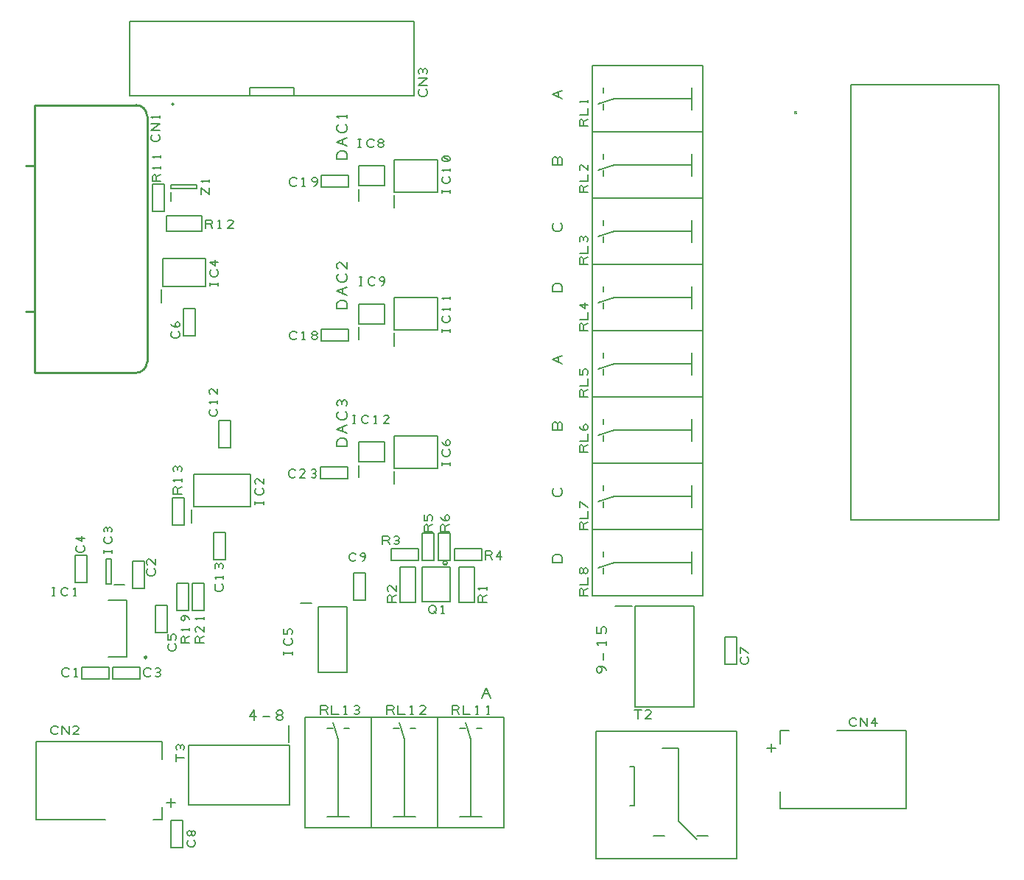
<source format=gto>
G04 EasyPC Gerber Version 21.0.3 Build 4286 *
%FSLAX35Y35*%
%MOIN*%
%ADD72C,0.00500*%
%ADD75C,0.00787*%
%ADD74C,0.00800*%
%ADD76C,0.00984*%
%ADD11C,0.01000*%
X0Y0D02*
D02*
D11*
X6750Y260557D02*
X2750D01*
X6750Y326557D02*
X2750D01*
X57750Y349157D02*
Y237957D01*
G75*
G02X52750Y232957I-5000*
G01*
X6750*
Y354157*
X52750*
G75*
G02X57750Y349157J-5000*
G01*
D02*
D72*
X14762Y132038D02*
X16012D01*
X15387D02*
Y135788D01*
X14762D02*
X16012D01*
X21950Y132663D02*
X21637Y132350D01*
X21012Y132038*
X20075*
X19450Y132350*
X19137Y132663*
X18825Y133288*
Y134538*
X19137Y135163*
X19450Y135476*
X20075Y135788*
X21012*
X21637Y135476*
X21950Y135163*
X24450Y132038D02*
X25700D01*
X25075D02*
Y135788D01*
X24450Y135163*
X17450Y69913D02*
X17137Y69600D01*
X16512Y69288*
X15575*
X14950Y69600*
X14637Y69913*
X14325Y70538*
Y71788*
X14637Y72413*
X14950Y72726*
X15575Y73038*
X16512*
X17137Y72726*
X17450Y72413*
X19325Y69288D02*
Y73038D01*
X22450Y69288*
Y73038*
X26825Y69288D02*
X24325D01*
X26512Y71476*
X26825Y72100*
X26512Y72726*
X25887Y73038*
X24950*
X24325Y72726*
X22450Y96163D02*
X22137Y95850D01*
X21512Y95538*
X20575*
X19950Y95850*
X19637Y96163*
X19325Y96788*
Y98038*
X19637Y98663*
X19950Y98976*
X20575Y99288*
X21512*
X22137Y98976*
X22450Y98663*
X24950Y95538D02*
X26200D01*
X25575D02*
Y99288D01*
X24950Y98663*
X25175Y150250D02*
X30475D01*
Y137950*
X25175*
Y150250*
X28175Y94450D02*
Y99750D01*
X40475*
Y94450*
X28175*
X28762Y154726D02*
X29075Y154413D01*
X29387Y153788*
Y152850*
X29075Y152226*
X28762Y151913*
X28137Y151600*
X26887*
X26262Y151913*
X25950Y152226*
X25637Y152850*
Y153788*
X25950Y154413*
X26262Y154726*
X29387Y158163D02*
X25637D01*
X28137Y156600*
Y159100*
X42175Y94450D02*
Y99750D01*
X54475*
Y94450*
X42175*
X41887Y151538D02*
Y152788D01*
Y152163D02*
X38137D01*
Y151538D02*
Y152788D01*
X41262Y158726D02*
X41575Y158413D01*
X41887Y157788*
Y156850*
X41575Y156226*
X41262Y155913*
X40637Y155600*
X39387*
X38762Y155913*
X38450Y156226*
X38137Y156850*
Y157788*
X38450Y158413*
X38762Y158726*
X41575Y160913D02*
X41887Y161538D01*
Y162163*
X41575Y162788*
X40950Y163100*
X40325Y162788*
X40012Y162163*
Y161538*
Y162163D02*
X39700Y162788D01*
X39075Y163100*
X38450Y162788*
X38137Y162163*
Y161538*
X38450Y160913*
X51175Y147750D02*
X56475D01*
Y135450*
X51175*
Y147750*
X59450Y96163D02*
X59137Y95850D01*
X58512Y95538*
X57575*
X56950Y95850*
X56637Y96163*
X56325Y96788*
Y98038*
X56637Y98663*
X56950Y98976*
X57575Y99288*
X58512*
X59137Y98976*
X59450Y98663*
X61637Y95850D02*
X62262Y95538D01*
X62887*
X63512Y95850*
X63825Y96476*
X63512Y97100*
X62887Y97413*
X62262*
X62887D02*
X63512Y97726D01*
X63825Y98350*
X63512Y98976*
X62887Y99288*
X62262*
X61637Y98976*
X60762Y144226D02*
X61075Y143913D01*
X61387Y143288*
Y142350*
X61075Y141726*
X60762Y141413*
X60137Y141100*
X58887*
X58262Y141413*
X57950Y141726*
X57637Y142350*
Y143288*
X57950Y143913*
X58262Y144226*
X61387Y148600D02*
Y146100D01*
X59200Y148288*
X58575Y148600*
X57950Y148288*
X57637Y147663*
Y146726*
X57950Y146100*
X62762Y340726D02*
X63075Y340413D01*
X63387Y339788*
Y338850*
X63075Y338226*
X62762Y337913*
X62137Y337600*
X60887*
X60262Y337913*
X59950Y338226*
X59637Y338850*
Y339788*
X59950Y340413*
X60262Y340726*
X63387Y342600D02*
X59637D01*
X63387Y345726*
X59637*
X63387Y348226D02*
Y349476D01*
Y348850D02*
X59637D01*
X60262Y348226*
X63887Y319600D02*
X60137D01*
Y321788*
X60450Y322413*
X61075Y322726*
X61700Y322413*
X62012Y321788*
Y319600*
Y321788D02*
X63887Y322726D01*
Y325226D02*
Y326476D01*
Y325850D02*
X60137D01*
X60762Y325226*
X63887Y330226D02*
Y331476D01*
Y330850D02*
X60137D01*
X60762Y330226*
X65475Y305950D02*
X60175D01*
Y318250*
X65475*
Y305950*
X66404Y296947D02*
X82404D01*
Y303947*
X66404*
Y296947*
X66975Y115450D02*
X61675D01*
Y127750*
X66975*
Y115450*
X71175Y137750D02*
X76475D01*
Y125450*
X71175*
Y137750*
X70262Y110226D02*
X70575Y109913D01*
X70887Y109288*
Y108350*
X70575Y107726*
X70262Y107413*
X69637Y107100*
X68387*
X67762Y107413*
X67450Y107726*
X67137Y108350*
Y109288*
X67450Y109913*
X67762Y110226*
X70575Y112100D02*
X70887Y112726D01*
Y113663*
X70575Y114288*
X69950Y114600*
X69637*
X69012Y114288*
X68700Y113663*
Y112100*
X67137*
Y114600*
X71762Y251726D02*
X72075Y251413D01*
X72387Y250788*
Y249850*
X72075Y249226*
X71762Y248913*
X71137Y248600*
X69887*
X69262Y248913*
X68950Y249226*
X68637Y249850*
Y250788*
X68950Y251413*
X69262Y251726*
X71450Y253600D02*
X70825Y253913D01*
X70512Y254538*
Y255163*
X70825Y255788*
X71450Y256100*
X72075Y255788*
X72387Y255163*
Y254538*
X72075Y253913*
X71450Y253600*
X70512*
X69575Y253913*
X68950Y254538*
X68637Y255163*
X73975Y17950D02*
X68675D01*
Y30250*
X73975*
Y17950*
X73387Y178100D02*
X69637D01*
Y180288*
X69950Y180913*
X70575Y181226*
X71200Y180913*
X71512Y180288*
Y178100*
Y180288D02*
X73387Y181226D01*
Y183726D02*
Y184976D01*
Y184350D02*
X69637D01*
X70262Y183726*
X73075Y188413D02*
X73387Y189038D01*
Y189663*
X73075Y190288*
X72450Y190600*
X71825Y190288*
X71512Y189663*
Y189038*
Y189663D02*
X71200Y190288D01*
X70575Y190600*
X69950Y190288*
X69637Y189663*
Y189038*
X69950Y188413*
X74475Y163950D02*
X69175D01*
Y176250*
X74475*
Y163950*
X74637Y58663D02*
X70887D01*
Y57100D02*
Y60226D01*
X74325Y62413D02*
X74637Y63038D01*
Y63663*
X74325Y64288*
X73700Y64600*
X73075Y64288*
X72762Y63663*
Y63038*
Y63663D02*
X72450Y64288D01*
X71825Y64600*
X71200Y64288*
X70887Y63663*
Y63038*
X71200Y62413*
X76887Y110600D02*
X73137D01*
Y112788*
X73450Y113413*
X74075Y113726*
X74700Y113413*
X75012Y112788*
Y110600*
Y112788D02*
X76887Y113726D01*
Y116226D02*
Y117476D01*
Y116850D02*
X73137D01*
X73762Y116226*
X76887Y121538D02*
X76575Y122163D01*
X75950Y122788*
X75012Y123100*
X74075*
X73450Y122788*
X73137Y122163*
Y121538*
X73450Y120913*
X74075Y120600*
X74700Y120913*
X75012Y121538*
Y122163*
X74700Y122788*
X74075Y123100*
X78175Y137750D02*
X83475D01*
Y125450*
X78175*
Y137750*
X79475Y249700D02*
X74175D01*
Y262000*
X79475*
Y249700*
X79012Y21476D02*
X79325Y21163D01*
X79637Y20538*
Y19600*
X79325Y18976*
X79012Y18663*
X78387Y18350*
X77137*
X76512Y18663*
X76200Y18976*
X75887Y19600*
Y20538*
X76200Y21163*
X76512Y21476*
X77762Y24288D02*
Y24913D01*
X77450Y25538*
X76825Y25850*
X76200Y25538*
X75887Y24913*
Y24288*
X76200Y23663*
X76825Y23350*
X77450Y23663*
X77762Y24288*
X78075Y23663*
X78700Y23350*
X79325Y23663*
X79637Y24288*
Y24913*
X79325Y25538*
X78700Y25850*
X78075Y25538*
X77762Y24913*
X84246Y298431D02*
Y302181D01*
X86433*
X87059Y301869*
X87371Y301244*
X87059Y300619*
X86433Y300307*
X84246*
X86433D02*
X87371Y298431D01*
X89871D02*
X91121D01*
X90496D02*
Y302181D01*
X89871Y301557*
X96746Y298431D02*
X94246D01*
X96433Y300619*
X96746Y301244*
X96433Y301869*
X95809Y302181*
X94871*
X94246Y301869*
X83387Y110600D02*
X79637D01*
Y112788*
X79950Y113413*
X80575Y113726*
X81200Y113413*
X81512Y112788*
Y110600*
Y112788D02*
X83387Y113726D01*
Y118100D02*
Y115600D01*
X81200Y117788*
X80575Y118100*
X79950Y117788*
X79637Y117163*
Y116226*
X79950Y115600*
X83387Y121226D02*
Y122476D01*
Y121850D02*
X79637D01*
X80262Y121226*
X82137Y313600D02*
Y316726D01*
X85887Y313600*
Y316726*
Y319226D02*
Y320476D01*
Y319850D02*
X82137D01*
X82762Y319226*
X90175Y211250D02*
X95475D01*
Y198950*
X90175*
Y211250*
X89012Y216476D02*
X89325Y216163D01*
X89637Y215538*
Y214600*
X89325Y213976*
X89012Y213663*
X88387Y213350*
X87137*
X86512Y213663*
X86200Y213976*
X85887Y214600*
Y215538*
X86200Y216163*
X86512Y216476*
X89637Y218976D02*
Y220226D01*
Y219600D02*
X85887D01*
X86512Y218976*
X89637Y225850D02*
Y223350D01*
X87450Y225538*
X86825Y225850*
X86200Y225538*
X85887Y224913*
Y223976*
X86200Y223350*
X89887Y272398D02*
Y273648D01*
Y273023D02*
X86137D01*
Y272398D02*
Y273648D01*
X89262Y279586D02*
X89575Y279273D01*
X89887Y278648*
Y277711*
X89575Y277086*
X89262Y276773*
X88637Y276461*
X87387*
X86762Y276773*
X86450Y277086*
X86137Y277711*
Y278648*
X86450Y279273*
X86762Y279586*
X89887Y283023D02*
X86137D01*
X88637Y281461*
Y283961*
X91512Y137226D02*
X91825Y136913D01*
X92137Y136288*
Y135350*
X91825Y134726*
X91512Y134413*
X90887Y134100*
X89637*
X89012Y134413*
X88700Y134726*
X88387Y135350*
Y136288*
X88700Y136913*
X89012Y137226*
X92137Y139726D02*
Y140976D01*
Y140350D02*
X88387D01*
X89012Y139726*
X91825Y144413D02*
X92137Y145038D01*
Y145663*
X91825Y146288*
X91200Y146600*
X90575Y146288*
X90262Y145663*
Y145038*
Y145663D02*
X89950Y146288D01*
X89325Y146600*
X88700Y146288*
X88387Y145663*
Y145038*
X88700Y144413*
X93225Y148450D02*
X87925D01*
Y160750*
X93225*
Y148450*
X110387Y173538D02*
Y174788D01*
Y174163D02*
X106637D01*
Y173538D02*
Y174788D01*
X109762Y180726D02*
X110075Y180413D01*
X110387Y179788*
Y178850*
X110075Y178226*
X109762Y177913*
X109137Y177600*
X107887*
X107262Y177913*
X106950Y178226*
X106637Y178850*
Y179788*
X106950Y180413*
X107262Y180726*
X110387Y185100D02*
Y182600D01*
X108200Y184788*
X107575Y185100*
X106950Y184788*
X106637Y184163*
Y183226*
X106950Y182600*
X124950Y186163D02*
X124637Y185850D01*
X124012Y185538*
X123075*
X122450Y185850*
X122137Y186163*
X121825Y186788*
Y188038*
X122137Y188663*
X122450Y188976*
X123075Y189288*
X124012*
X124637Y188976*
X124950Y188663*
X129325Y185538D02*
X126825D01*
X129012Y187726*
X129325Y188350*
X129012Y188976*
X128387Y189288*
X127450*
X126825Y188976*
X132137Y185850D02*
X132762Y185538D01*
X133387*
X134012Y185850*
X134325Y186476*
X134012Y187100*
X133387Y187413*
X132762*
X133387D02*
X134012Y187726D01*
X134325Y188350*
X134012Y188976*
X133387Y189288*
X132762*
X132137Y188976*
X125450Y248663D02*
X125137Y248350D01*
X124512Y248038*
X123575*
X122950Y248350*
X122637Y248663*
X122325Y249288*
Y250538*
X122637Y251163*
X122950Y251476*
X123575Y251788*
X124512*
X125137Y251476*
X125450Y251163*
X127950Y248038D02*
X129200D01*
X128575D02*
Y251788D01*
X127950Y251163*
X133262Y249913D02*
X133887D01*
X134512Y250226*
X134825Y250850*
X134512Y251476*
X133887Y251788*
X133262*
X132637Y251476*
X132325Y250850*
X132637Y250226*
X133262Y249913*
X132637Y249600*
X132325Y248976*
X132637Y248350*
X133262Y248038*
X133887*
X134512Y248350*
X134825Y248976*
X134512Y249600*
X133887Y249913*
X125450Y318163D02*
X125137Y317850D01*
X124512Y317538*
X123575*
X122950Y317850*
X122637Y318163*
X122325Y318788*
Y320038*
X122637Y320663*
X122950Y320976*
X123575Y321288*
X124512*
X125137Y320976*
X125450Y320663*
X127950Y317538D02*
X129200D01*
X128575D02*
Y321288D01*
X127950Y320663*
X133262Y317538D02*
X133887Y317850D01*
X134512Y318476*
X134825Y319413*
Y320350*
X134512Y320976*
X133887Y321288*
X133262*
X132637Y320976*
X132325Y320350*
X132637Y319726*
X133262Y319413*
X133887*
X134512Y319726*
X134825Y320350*
X123387Y105538D02*
Y106788D01*
Y106163D02*
X119637D01*
Y105538D02*
Y106788D01*
X122762Y112726D02*
X123075Y112413D01*
X123387Y111788*
Y110850*
X123075Y110226*
X122762Y109913*
X122137Y109600*
X120887*
X120262Y109913*
X119950Y110226*
X119637Y110850*
Y111788*
X119950Y112413*
X120262Y112726*
X123075Y114600D02*
X123387Y115226D01*
Y116163*
X123075Y116788*
X122450Y117100*
X122137*
X121512Y116788*
X121200Y116163*
Y114600*
X119637*
Y117100*
X136175Y184950D02*
Y190250D01*
X148475*
Y184950*
X136175*
X136325Y78538D02*
Y82288D01*
X138512*
X139137Y81976*
X139450Y81350*
X139137Y80726*
X138512Y80413*
X136325*
X138512D02*
X139450Y78538D01*
X141325Y82288D02*
Y78538D01*
X144450*
X146950D02*
X148200D01*
X147575D02*
Y82288D01*
X146950Y81663*
X151637Y78850D02*
X152262Y78538D01*
X152887*
X153512Y78850*
X153825Y79476*
X153512Y80100*
X152887Y80413*
X152262*
X152887D02*
X153512Y80726D01*
X153825Y81350*
X153512Y81976*
X152887Y82288*
X152262*
X151637Y81976*
X136675Y247450D02*
Y252750D01*
X148975*
Y247450*
X136675*
Y316950D02*
Y322250D01*
X148975*
Y316950*
X136675*
X152300Y148313D02*
X151987Y148000D01*
X151362Y147688*
X150425*
X149800Y148000*
X149487Y148313*
X149175Y148938*
Y150188*
X149487Y150813*
X149800Y151126*
X150425Y151438*
X151362*
X151987Y151126*
X152300Y150813*
X155112Y147688D02*
X155737Y148000D01*
X156362Y148626*
X156675Y149563*
Y150500*
X156362Y151126*
X155737Y151438*
X155112*
X154487Y151126*
X154175Y150500*
X154487Y149876*
X155112Y149563*
X155737*
X156362Y149876*
X156675Y150500*
X150762Y210038D02*
X152012D01*
X151387D02*
Y213788D01*
X150762D02*
X152012D01*
X157950Y210663D02*
X157637Y210350D01*
X157012Y210038*
X156075*
X155450Y210350*
X155137Y210663*
X154825Y211288*
Y212538*
X155137Y213163*
X155450Y213476*
X156075Y213788*
X157012*
X157637Y213476*
X157950Y213163*
X160450Y210038D02*
X161700D01*
X161075D02*
Y213788D01*
X160450Y213163*
X167325Y210038D02*
X164825D01*
X167012Y212226*
X167325Y212850*
X167012Y213476*
X166387Y213788*
X165450*
X164825Y213476*
X151175Y142250D02*
X156475D01*
Y129950*
X151175*
Y142250*
X153262Y335038D02*
X154512D01*
X153887D02*
Y338788D01*
X153262D02*
X154512D01*
X160450Y335663D02*
X160137Y335350D01*
X159512Y335038*
X158575*
X157950Y335350*
X157637Y335663*
X157325Y336288*
Y337538*
X157637Y338163*
X157950Y338476*
X158575Y338788*
X159512*
X160137Y338476*
X160450Y338163*
X163262Y336913D02*
X163887D01*
X164512Y337226*
X164825Y337850*
X164512Y338476*
X163887Y338788*
X163262*
X162637Y338476*
X162325Y337850*
X162637Y337226*
X163262Y336913*
X162637Y336600*
X162325Y335976*
X162637Y335350*
X163262Y335038*
X163887*
X164512Y335350*
X164825Y335976*
X164512Y336600*
X163887Y336913*
X153762Y272538D02*
X155012D01*
X154387D02*
Y276288D01*
X153762D02*
X155012D01*
X160950Y273163D02*
X160637Y272850D01*
X160012Y272538*
X159075*
X158450Y272850*
X158137Y273163*
X157825Y273788*
Y275038*
X158137Y275663*
X158450Y275976*
X159075Y276288*
X160012*
X160637Y275976*
X160950Y275663*
X163762Y272538D02*
X164387Y272850D01*
X165012Y273476*
X165325Y274413*
Y275350*
X165012Y275976*
X164387Y276288*
X163762*
X163137Y275976*
X162825Y275350*
X163137Y274726*
X163762Y274413*
X164387*
X165012Y274726*
X165325Y275350*
X164325Y155288D02*
Y159038D01*
X166512*
X167137Y158726*
X167450Y158100*
X167137Y157476*
X166512Y157163*
X164325*
X166512D02*
X167450Y155288D01*
X169637Y155600D02*
X170262Y155288D01*
X170887*
X171512Y155600*
X171825Y156226*
X171512Y156850*
X170887Y157163*
X170262*
X170887D02*
X171512Y157476D01*
X171825Y158100*
X171512Y158726*
X170887Y159038*
X170262*
X169637Y158726*
X166325Y78538D02*
Y82288D01*
X168512*
X169137Y81976*
X169450Y81350*
X169137Y80726*
X168512Y80413*
X166325*
X168512D02*
X169450Y78538D01*
X171325Y82288D02*
Y78538D01*
X174450*
X176950D02*
X178200D01*
X177575D02*
Y82288D01*
X176950Y81663*
X183825Y78538D02*
X181325D01*
X183512Y80726*
X183825Y81350*
X183512Y81976*
X182887Y82288*
X181950*
X181325Y81976*
X170387Y129100D02*
X166637D01*
Y131288*
X166950Y131913*
X167575Y132226*
X168200Y131913*
X168512Y131288*
Y129100*
Y131288D02*
X170387Y132226D01*
Y136600D02*
Y134100D01*
X168200Y136288*
X167575Y136600*
X166950Y136288*
X166637Y135663*
Y134726*
X166950Y134100*
X172075Y145100D02*
Y129100D01*
X179075*
Y145100*
X172075*
X180475Y153500D02*
Y148200D01*
X168175*
Y153500*
X180475*
X185325Y125288D02*
Y126538D01*
X185637Y127163*
X185950Y127476*
X186575Y127788*
X187200*
X187825Y127476*
X188137Y127163*
X188450Y126538*
Y125288*
X188137Y124663*
X187825Y124350*
X187200Y124038*
X186575*
X185950Y124350*
X185637Y124663*
X185325Y125288*
X187512Y124976D02*
X188450Y124038D01*
X190950D02*
X192200D01*
X191575D02*
Y127788D01*
X190950Y127163*
X183762Y361226D02*
X184075Y360913D01*
X184387Y360288*
Y359350*
X184075Y358726*
X183762Y358413*
X183137Y358100*
X181887*
X181262Y358413*
X180950Y358726*
X180637Y359350*
Y360288*
X180950Y360913*
X181262Y361226*
X184387Y363100D02*
X180637D01*
X184387Y366226*
X180637*
X184075Y368413D02*
X184387Y369038D01*
Y369663*
X184075Y370288*
X183450Y370600*
X182825Y370288*
X182512Y369663*
Y369038*
Y369663D02*
X182200Y370288D01*
X181575Y370600*
X180950Y370288*
X180637Y369663*
Y369038*
X180950Y368413*
X187475Y147950D02*
X182175D01*
Y160250*
X187475*
Y147950*
X186887Y161100D02*
X183137D01*
Y163288*
X183450Y163913*
X184075Y164226*
X184700Y163913*
X185012Y163288*
Y161100*
Y163288D02*
X186887Y164226D01*
X186575Y166100D02*
X186887Y166726D01*
Y167663*
X186575Y168288*
X185950Y168600*
X185637*
X185012Y168288*
X184700Y167663*
Y166100*
X183137*
Y168600*
X193565Y146852D02*
G75*
G03X191636I-965D01*
G01*
G75*
G03X193565I965*
G01*
G36*
G75*
G03X191636I-965*
G01*
G75*
G03X193565I965*
G01*
G37*
X194815Y129226D02*
X182315D01*
Y144974*
X194815*
Y129226*
X194975Y147950D02*
X189675D01*
Y160250*
X194975*
Y147950*
X194387Y161100D02*
X190637D01*
Y163288*
X190950Y163913*
X191575Y164226*
X192200Y163913*
X192512Y163288*
Y161100*
Y163288D02*
X194387Y164226D01*
X193450Y166100D02*
X192825Y166413D01*
X192512Y167038*
Y167663*
X192825Y168288*
X193450Y168600*
X194075Y168288*
X194387Y167663*
Y167038*
X194075Y166413*
X193450Y166100*
X192512*
X191575Y166413*
X190950Y167038*
X190637Y167663*
X195825Y78538D02*
Y82288D01*
X198012*
X198637Y81976*
X198950Y81350*
X198637Y80726*
X198012Y80413*
X195825*
X198012D02*
X198950Y78538D01*
X200825Y82288D02*
Y78538D01*
X203950*
X206450D02*
X207700D01*
X207075D02*
Y82288D01*
X206450Y81663*
X211450Y78538D02*
X212700D01*
X212075D02*
Y82288D01*
X211450Y81663*
X194887Y191038D02*
Y192288D01*
Y191663D02*
X191137D01*
Y191038D02*
Y192288D01*
X194262Y198226D02*
X194575Y197913D01*
X194887Y197288*
Y196350*
X194575Y195726*
X194262Y195413*
X193637Y195100*
X192387*
X191762Y195413*
X191450Y195726*
X191137Y196350*
Y197288*
X191450Y197913*
X191762Y198226*
X193950Y200100D02*
X193325Y200413D01*
X193012Y201038*
Y201663*
X193325Y202288*
X193950Y202600*
X194575Y202288*
X194887Y201663*
Y201038*
X194575Y200413*
X193950Y200100*
X193012*
X192075Y200413*
X191450Y201038*
X191137Y201663*
X194887Y251538D02*
Y252788D01*
Y252163D02*
X191137D01*
Y251538D02*
Y252788D01*
X194262Y258726D02*
X194575Y258413D01*
X194887Y257788*
Y256850*
X194575Y256226*
X194262Y255913*
X193637Y255600*
X192387*
X191762Y255913*
X191450Y256226*
X191137Y256850*
Y257788*
X191450Y258413*
X191762Y258726*
X194887Y261226D02*
Y262476D01*
Y261850D02*
X191137D01*
X191762Y261226*
X194887Y266226D02*
Y267476D01*
Y266850D02*
X191137D01*
X191762Y266226*
X194887Y314538D02*
Y315788D01*
Y315163D02*
X191137D01*
Y314538D02*
Y315788D01*
X194262Y321726D02*
X194575Y321413D01*
X194887Y320788*
Y319850*
X194575Y319226*
X194262Y318913*
X193637Y318600*
X192387*
X191762Y318913*
X191450Y319226*
X191137Y319850*
Y320788*
X191450Y321413*
X191762Y321726*
X194887Y324226D02*
Y325476D01*
Y324850D02*
X191137D01*
X191762Y324226*
X194575Y328913D02*
X194887Y329538D01*
Y330163*
X194575Y330788*
X193950Y331100*
X192075*
X191450Y330788*
X191137Y330163*
Y329538*
X191450Y328913*
X192075Y328600*
X193950*
X194575Y328913*
X191450Y330788*
X196925Y148200D02*
Y153500D01*
X209225*
Y148200*
X196925*
X198825Y145100D02*
Y129100D01*
X205825*
Y145100*
X198825*
X210825Y148538D02*
Y152288D01*
X213012*
X213637Y151976*
X213950Y151350*
X213637Y150726*
X213012Y150413*
X210825*
X213012D02*
X213950Y148538D01*
X217387D02*
Y152288D01*
X215825Y149788*
X218325*
X211387Y129100D02*
X207637D01*
Y131288*
X207950Y131913*
X208575Y132226*
X209200Y131913*
X209512Y131288*
Y129100*
Y131288D02*
X211387Y132226D01*
Y134726D02*
Y135976D01*
Y135350D02*
X207637D01*
X208262Y134726*
X257137Y132100D02*
X253387D01*
Y134288*
X253700Y134913*
X254325Y135226*
X254950Y134913*
X255262Y134288*
Y132100*
Y134288D02*
X257137Y135226D01*
X253387Y137100D02*
X257137D01*
Y140226*
X255262Y143038D02*
Y143663D01*
X254950Y144288*
X254325Y144600*
X253700Y144288*
X253387Y143663*
Y143038*
X253700Y142413*
X254325Y142100*
X254950Y142413*
X255262Y143038*
X255575Y142413*
X256200Y142100*
X256825Y142413*
X257137Y143038*
Y143663*
X256825Y144288*
X256200Y144600*
X255575Y144288*
X255262Y143663*
X257137Y162100D02*
X253387D01*
Y164288*
X253700Y164913*
X254325Y165226*
X254950Y164913*
X255262Y164288*
Y162100*
Y164288D02*
X257137Y165226D01*
X253387Y167100D02*
X257137D01*
Y170226*
Y172100D02*
X253387Y174600D01*
Y172100*
X257137Y197100D02*
X253387D01*
Y199288*
X253700Y199913*
X254325Y200226*
X254950Y199913*
X255262Y199288*
Y197100*
Y199288D02*
X257137Y200226D01*
X253387Y202100D02*
X257137D01*
Y205226*
X256200Y207100D02*
X255575Y207413D01*
X255262Y208038*
Y208663*
X255575Y209288*
X256200Y209600*
X256825Y209288*
X257137Y208663*
Y208038*
X256825Y207413*
X256200Y207100*
X255262*
X254325Y207413*
X253700Y208038*
X253387Y208663*
X257137Y222100D02*
X253387D01*
Y224288*
X253700Y224913*
X254325Y225226*
X254950Y224913*
X255262Y224288*
Y222100*
Y224288D02*
X257137Y225226D01*
X253387Y227100D02*
X257137D01*
Y230226*
X256825Y232100D02*
X257137Y232726D01*
Y233663*
X256825Y234288*
X256200Y234600*
X255887*
X255262Y234288*
X254950Y233663*
Y232100*
X253387*
Y234600*
X257137Y252100D02*
X253387D01*
Y254288*
X253700Y254913*
X254325Y255226*
X254950Y254913*
X255262Y254288*
Y252100*
Y254288D02*
X257137Y255226D01*
X253387Y257100D02*
X257137D01*
Y260226*
Y263663D02*
X253387D01*
X255887Y262100*
Y264600*
X257137Y282100D02*
X253387D01*
Y284288*
X253700Y284913*
X254325Y285226*
X254950Y284913*
X255262Y284288*
Y282100*
Y284288D02*
X257137Y285226D01*
X253387Y287100D02*
X257137D01*
Y290226*
X256825Y292413D02*
X257137Y293038D01*
Y293663*
X256825Y294288*
X256200Y294600*
X255575Y294288*
X255262Y293663*
Y293038*
Y293663D02*
X254950Y294288D01*
X254325Y294600*
X253700Y294288*
X253387Y293663*
Y293038*
X253700Y292413*
X257137Y314600D02*
X253387D01*
Y316788*
X253700Y317413*
X254325Y317726*
X254950Y317413*
X255262Y316788*
Y314600*
Y316788D02*
X257137Y317726D01*
X253387Y319600D02*
X257137D01*
Y322726*
Y327100D02*
Y324600D01*
X254950Y326788*
X254325Y327100*
X253700Y326788*
X253387Y326163*
Y325226*
X253700Y324600*
X257137Y344600D02*
X253387D01*
Y346788*
X253700Y347413*
X254325Y347726*
X254950Y347413*
X255262Y346788*
Y344600*
Y346788D02*
X257137Y347726D01*
X253387Y349600D02*
X257137D01*
Y352726*
Y355226D02*
Y356476D01*
Y355850D02*
X253387D01*
X254012Y355226*
X276244Y54846D02*
X278213D01*
Y37130*
X276244*
X279887Y76538D02*
Y80288D01*
X278325D02*
X281450D01*
X285825Y76538D02*
X283325D01*
X285512Y78726*
X285825Y79350*
X285512Y79976*
X284887Y80288*
X283950*
X283325Y79976*
X290811Y63114D02*
X298291D01*
Y30043*
X306559Y21776*
X291992Y23350D02*
X286874D01*
X311677D02*
X306559D01*
X319175Y113250D02*
X324475D01*
Y100950*
X319175*
Y113250*
X324669Y70594D02*
Y13114D01*
X260890*
Y70594*
X324669*
X329262Y104226D02*
X329575Y103913D01*
X329887Y103288*
Y102350*
X329575Y101726*
X329262Y101413*
X328637Y101100*
X327387*
X326762Y101413*
X326450Y101726*
X326137Y102350*
Y103288*
X326450Y103913*
X326762Y104226*
X329887Y106100D02*
X326137Y108600D01*
Y106100*
X350781Y351037D02*
G75*
G03X351569Y350250I394J-394D01*
G01*
G75*
G03X350781Y351037I-394J394*
G01*
X378700Y73663D02*
X378387Y73350D01*
X377762Y73038*
X376825*
X376200Y73350*
X375887Y73663*
X375575Y74288*
Y75538*
X375887Y76163*
X376200Y76476*
X376825Y76788*
X377762*
X378387Y76476*
X378700Y76163*
X380575Y73038D02*
Y76788D01*
X383700Y73038*
Y76788*
X387137Y73038D02*
Y76788D01*
X385575Y74288*
X388075*
X376372Y363242D02*
Y166392D01*
X388183*
X443301*
Y363242*
X376372*
D02*
D74*
X49925Y358500D02*
X178695D01*
Y391923*
X49925*
Y358500*
X60624Y30634D02*
X64561D01*
Y36539*
Y58193D02*
Y66067D01*
X7474*
Y30634*
X38970*
X66530Y38508D02*
X70467D01*
X68498Y40476D02*
Y36539D01*
X69325Y355100D02*
G75*
G03Y354100J-500D01*
G01*
G75*
G03Y355100J500*
G01*
G36*
G75*
G03Y354100J-500*
G01*
G75*
G03Y355100J500*
G01*
G37*
X106200Y75726D02*
Y80226D01*
X104325Y77226*
X107325*
X110325D02*
X113325D01*
X117450Y77976D02*
X118200D01*
X118950Y78350*
X119325Y79100*
X118950Y79850*
X118200Y80226*
X117450*
X116700Y79850*
X116325Y79100*
X116700Y78350*
X117450Y77976*
X116700Y77600*
X116325Y76850*
X116700Y76100*
X117450Y75726*
X118200*
X118950Y76100*
X119325Y76850*
X118950Y77600*
X118200Y77976*
X104325Y362100D02*
X124325D01*
Y358500*
X104325*
Y362100*
X129325Y27100D02*
X159325D01*
Y77100*
X129325*
Y27100*
X132119Y128674D02*
X127121D01*
X139325Y32100D02*
X149325D01*
X139325Y72100D02*
X141825D01*
X144325Y32100D02*
Y67100D01*
X141825Y74600*
X146825Y72100D02*
X149325D01*
X148321Y126963D02*
Y97238D01*
X135329*
Y126963*
X148321*
X148200Y199600D02*
X143700D01*
Y201850*
X144075Y202600*
X144450Y202976*
X145200Y203350*
X146700*
X147450Y202976*
X147825Y202600*
X148200Y201850*
Y199600*
Y205600D02*
X143700Y207476D01*
X148200Y209350*
X146325Y206350D02*
Y208600D01*
X147450Y215350D02*
X147825Y214976D01*
X148200Y214226*
Y213100*
X147825Y212350*
X147450Y211976*
X146700Y211600*
X145200*
X144450Y211976*
X144075Y212350*
X143700Y213100*
Y214226*
X144075Y214976*
X144450Y215350*
X147825Y217976D02*
X148200Y218726D01*
Y219476*
X147825Y220226*
X147075Y220600*
X146325Y220226*
X145950Y219476*
Y218726*
Y219476D02*
X145575Y220226D01*
X144825Y220600*
X144075Y220226*
X143700Y219476*
Y218726*
X144075Y217976*
X148200Y262100D02*
X143700D01*
Y264350*
X144075Y265100*
X144450Y265476*
X145200Y265850*
X146700*
X147450Y265476*
X147825Y265100*
X148200Y264350*
Y262100*
Y268100D02*
X143700Y269976D01*
X148200Y271850*
X146325Y268850D02*
Y271100D01*
X147450Y277850D02*
X147825Y277476D01*
X148200Y276726*
Y275600*
X147825Y274850*
X147450Y274476*
X146700Y274100*
X145200*
X144450Y274476*
X144075Y274850*
X143700Y275600*
Y276726*
X144075Y277476*
X144450Y277850*
X148200Y283100D02*
Y280100D01*
X145575Y282726*
X144825Y283100*
X144075Y282726*
X143700Y281976*
Y280850*
X144075Y280100*
X148200Y329600D02*
X143700D01*
Y331850*
X144075Y332600*
X144450Y332976*
X145200Y333350*
X146700*
X147450Y332976*
X147825Y332600*
X148200Y331850*
Y329600*
Y335600D02*
X143700Y337476D01*
X148200Y339350*
X146325Y336350D02*
Y338600D01*
X147450Y345350D02*
X147825Y344976D01*
X148200Y344226*
Y343100*
X147825Y342350*
X147450Y341976*
X146700Y341600*
X145200*
X144450Y341976*
X144075Y342350*
X143700Y343100*
Y344226*
X144075Y344976*
X144450Y345350*
X148200Y348350D02*
Y349850D01*
Y349100D02*
X143700D01*
X144450Y348350*
X159325Y27100D02*
X189325D01*
Y77100*
X159325*
Y27100*
X169325Y32100D02*
X179325D01*
X169325Y72100D02*
X171825D01*
X174325Y32100D02*
Y67100D01*
X171825Y74600*
X176825Y72100D02*
X179325D01*
X189325Y27100D02*
X219325D01*
Y77100*
X189325*
Y27100*
X199325Y32100D02*
X209325D01*
X199325Y72100D02*
X201825D01*
X204325Y32100D02*
Y67100D01*
X201825Y74600*
X206825Y72100D02*
X209325D01*
Y85726D02*
X211200Y90226D01*
X213075Y85726*
X210075Y87600D02*
X212325D01*
X245700Y147100D02*
X241200D01*
Y149350*
X241575Y150100*
X241950Y150476*
X242700Y150850*
X244200*
X244950Y150476*
X245325Y150100*
X245700Y149350*
Y147100*
X244950Y180850D02*
X245325Y180476D01*
X245700Y179726*
Y178600*
X245325Y177850*
X244950Y177476*
X244200Y177100*
X242700*
X241950Y177476*
X241575Y177850*
X241200Y178600*
Y179726*
X241575Y180476*
X241950Y180850*
X243450Y209726D02*
X243825Y210476D01*
X244575Y210850*
X245325Y210476*
X245700Y209726*
Y207100*
X241200*
Y209726*
X241575Y210476*
X242325Y210850*
X243075Y210476*
X243450Y209726*
Y207100*
X245700Y237100D02*
X241200Y238976D01*
X245700Y240850*
X243825Y237850D02*
Y240100D01*
X245700Y269600D02*
X241200D01*
Y271850*
X241575Y272600*
X241950Y272976*
X242700Y273350*
X244200*
X244950Y272976*
X245325Y272600*
X245700Y271850*
Y269600*
X244950Y300850D02*
X245325Y300476D01*
X245700Y299726*
Y298600*
X245325Y297850*
X244950Y297476*
X244200Y297100*
X242700*
X241950Y297476*
X241575Y297850*
X241200Y298600*
Y299726*
X241575Y300476*
X241950Y300850*
X243450Y329726D02*
X243825Y330476D01*
X244575Y330850*
X245325Y330476*
X245700Y329726*
Y327100*
X241200*
Y329726*
X241575Y330476*
X242325Y330850*
X243075Y330476*
X243450Y329726*
Y327100*
X245700Y357100D02*
X241200Y358976D01*
X245700Y360850*
X243825Y357850D02*
Y360100D01*
X264325Y142100D02*
Y144600D01*
Y149600D02*
Y152100D01*
Y172100D02*
Y174600D01*
Y179600D02*
Y182100D01*
Y202100D02*
Y204600D01*
Y209600D02*
Y212100D01*
Y232100D02*
Y234600D01*
Y239600D02*
Y242100D01*
Y262100D02*
Y264600D01*
Y269600D02*
Y272100D01*
Y292100D02*
Y294600D01*
Y299600D02*
Y302100D01*
Y322100D02*
Y324600D01*
Y329600D02*
Y332100D01*
Y352100D02*
Y354600D01*
Y359600D02*
Y362100D01*
X265700Y98226D02*
X265325Y98976D01*
X264575Y99726*
X263450Y100100*
X262325*
X261575Y99726*
X261200Y98976*
Y98226*
X261575Y97476*
X262325Y97100*
X263075Y97476*
X263450Y98226*
Y98976*
X263075Y99726*
X262325Y100100*
X264200Y103100D02*
Y106100D01*
X265700Y109850D02*
Y111350D01*
Y110600D02*
X261200D01*
X261950Y109850*
X265325Y115100D02*
X265700Y115850D01*
Y116976*
X265325Y117726*
X264575Y118100*
X264200*
X263450Y117726*
X263075Y116976*
Y115100*
X261200*
Y118100*
X304325Y142100D02*
Y152100D01*
Y147100D02*
X269325D01*
X261825Y144600*
X304325Y172100D02*
Y182100D01*
Y177100D02*
X269325D01*
X261825Y174600*
X304325Y202100D02*
Y212100D01*
Y207100D02*
X269325D01*
X261825Y204600*
X304325Y232100D02*
Y242100D01*
Y237100D02*
X269325D01*
X261825Y234600*
X304325Y262100D02*
Y272100D01*
Y267100D02*
X269325D01*
X261825Y264600*
X304325Y292100D02*
Y302100D01*
Y297100D02*
X269325D01*
X261825Y294600*
X304325Y322100D02*
Y332100D01*
Y327100D02*
X269325D01*
X261825Y324600*
X304325Y352100D02*
Y362100D01*
Y357100D02*
X269325D01*
X261825Y354600*
X309325Y132100D02*
Y162100D01*
X259325*
Y132100*
X309325*
Y162100D02*
Y192100D01*
X259325*
Y162100*
X309325*
Y192100D02*
Y222100D01*
X259325*
Y192100*
X309325*
Y222100D02*
Y252100D01*
X259325*
Y222100*
X309325*
Y252100D02*
Y282100D01*
X259325*
Y252100*
X309325*
Y282100D02*
Y312100D01*
X259325*
Y282100*
X309325*
Y312100D02*
Y342100D01*
X259325*
Y312100*
X309325*
Y342100D02*
Y372100D01*
X259325*
Y342100*
X309325*
X340329Y61224D02*
Y65161D01*
X342297Y63193D02*
X338360D01*
X344266Y43508D02*
Y35634D01*
X401352*
Y71067*
X369856*
X348203D02*
X344266D01*
Y65161*
D02*
D75*
X40171Y129896D02*
X48439D01*
Y104305*
X40171*
X41506Y137392D02*
X39144D01*
Y148809*
X41506*
Y137392*
X47608Y137195D02*
X42884D01*
X64148Y264669D02*
Y270673D01*
X64758Y272051D02*
Y284650D01*
X84049*
Y272051*
X64758*
X68498Y310703D02*
Y314837D01*
X68695Y316215D02*
Y317986D01*
X80112*
Y316215*
X68695*
X78045Y165132D02*
Y170939D01*
X79030Y172317D02*
Y186884D01*
X104620*
Y172317*
X79030*
X121982Y73291D02*
Y65614D01*
X122061Y64236D02*
Y37465D01*
X76589*
Y64236*
X122061*
X153419Y185683D02*
Y191195D01*
Y192573D02*
Y201628D01*
X165230*
Y192573*
X153419*
Y248183D02*
Y253695D01*
Y255073D02*
Y264128D01*
X165230*
Y255073*
X153419*
Y310683D02*
Y316195D01*
Y317573D02*
Y326628D01*
X165230*
Y317573*
X153419*
X169384Y182632D02*
Y188439D01*
Y245132D02*
Y250939D01*
Y307632D02*
Y313439D01*
X169482Y189817D02*
Y204384D01*
X189167*
Y189817*
X169482*
Y252317D02*
Y266884D01*
X189167*
Y252317*
X169482*
Y314817D02*
Y329384D01*
X189167*
Y314817*
X169482*
X269384Y127258D02*
X277061D01*
X278439Y127337D02*
X305211D01*
Y81864*
X278439*
Y127337*
D02*
D76*
X56608Y104108D02*
G75*
G02X57593I492D01*
G01*
X56608D02*
G75*
G02X57593I492D01*
G01*
G75*
G02X56608I-492*
G01*
X0Y0D02*
M02*

</source>
